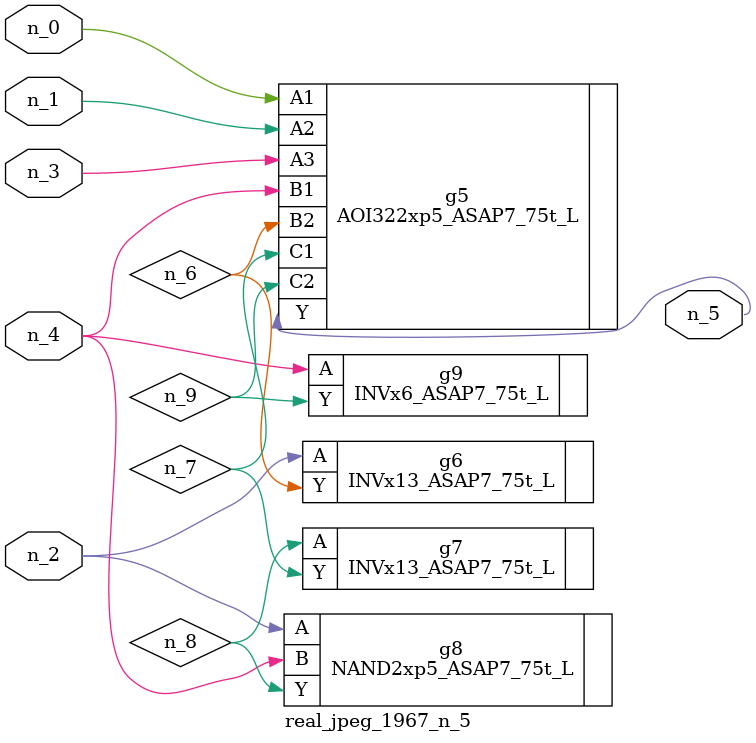
<source format=v>
module real_jpeg_1967_n_5 (n_4, n_0, n_1, n_2, n_3, n_5);

input n_4;
input n_0;
input n_1;
input n_2;
input n_3;

output n_5;

wire n_8;
wire n_6;
wire n_7;
wire n_9;

AOI322xp5_ASAP7_75t_L g5 ( 
.A1(n_0),
.A2(n_1),
.A3(n_3),
.B1(n_4),
.B2(n_6),
.C1(n_7),
.C2(n_9),
.Y(n_5)
);

INVx13_ASAP7_75t_L g6 ( 
.A(n_2),
.Y(n_6)
);

NAND2xp5_ASAP7_75t_L g8 ( 
.A(n_2),
.B(n_4),
.Y(n_8)
);

INVx6_ASAP7_75t_L g9 ( 
.A(n_4),
.Y(n_9)
);

INVx13_ASAP7_75t_L g7 ( 
.A(n_8),
.Y(n_7)
);


endmodule
</source>
